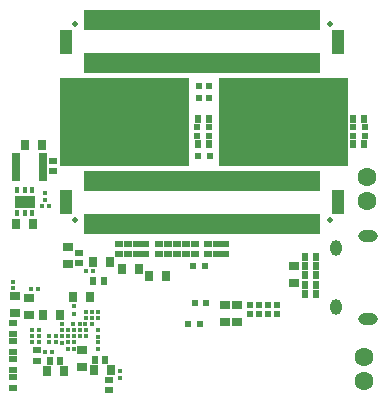
<source format=gbs>
G04 Layer_Color=16711935*
%FSLAX25Y25*%
%MOIN*%
G70*
G01*
G75*
%ADD52C,0.01968*%
%ADD83R,0.01378X0.01575*%
%ADD86R,0.02368X0.02368*%
%ADD87R,0.02054X0.02565*%
%ADD88R,0.02368X0.02368*%
%ADD89R,0.03156X0.03550*%
%ADD90R,0.03550X0.03156*%
%ADD91R,0.02565X0.02054*%
%ADD92R,0.01575X0.01575*%
%ADD93R,0.02368X0.01975*%
%ADD94R,0.03156X0.09455*%
%ADD95R,0.01581X0.01975*%
%ADD96R,0.06699X0.04337*%
%ADD118C,0.06305*%
%ADD119O,0.06502X0.03943*%
%ADD120O,0.03943X0.05321*%
%ADD121R,0.78740X0.07087*%
%ADD122R,0.03937X0.07874*%
%ADD123R,0.01581X0.06699*%
%ADD124R,0.01575X0.01575*%
%ADD125R,0.01575X0.01378*%
%ADD126R,0.23400X0.09400*%
%ADD127R,0.01400X0.00800*%
%ADD128R,0.00800X0.01400*%
G36*
X-500Y21500D02*
X-43500D01*
Y51000D01*
X-500D01*
Y21500D01*
D02*
G37*
G36*
X52500D02*
X9500D01*
Y51000D01*
X52500D01*
Y21500D01*
D02*
G37*
D52*
X46520Y3594D02*
D03*
X-38520D02*
D03*
Y69006D02*
D03*
X46520D02*
D03*
D83*
X-34681Y-13488D02*
D03*
X-32319D02*
D03*
X-48481Y-40488D02*
D03*
X-46119D02*
D03*
X-50619Y-19312D02*
D03*
X-52981D02*
D03*
X-49381Y8312D02*
D03*
X-47019D02*
D03*
D86*
X2431Y34499D02*
D03*
X6368D02*
D03*
Y31600D02*
D03*
X2431D02*
D03*
X58169D02*
D03*
X54232D02*
D03*
Y34499D02*
D03*
X58169D02*
D03*
X3168Y-30999D02*
D03*
X-769D02*
D03*
X931Y-11800D02*
D03*
X4868D02*
D03*
X5469Y-24000D02*
D03*
X1531D02*
D03*
X6568Y24901D02*
D03*
X2631D02*
D03*
D87*
X6172Y37300D02*
D03*
X2628D02*
D03*
Y28800D02*
D03*
X6172D02*
D03*
X54428D02*
D03*
X57972D02*
D03*
Y37300D02*
D03*
X54428D02*
D03*
X41872Y-21000D02*
D03*
X38328D02*
D03*
Y-17900D02*
D03*
X41872D02*
D03*
Y-14800D02*
D03*
X38328D02*
D03*
Y-11700D02*
D03*
X41872D02*
D03*
X-32372Y-16700D02*
D03*
X-28828D02*
D03*
X-28228Y-43100D02*
D03*
X-31772D02*
D03*
X-46772Y-43500D02*
D03*
X-43228D02*
D03*
X38328Y-8600D02*
D03*
X41872D02*
D03*
D88*
X6200Y44331D02*
D03*
Y48268D02*
D03*
X2899D02*
D03*
Y44331D02*
D03*
D89*
X-43346Y-27900D02*
D03*
X-49054D02*
D03*
X-16946Y-12700D02*
D03*
X-22654D02*
D03*
X-13754Y-14900D02*
D03*
X-8046D02*
D03*
X-26646Y-10400D02*
D03*
X-32354D02*
D03*
X-26446Y-46500D02*
D03*
X-32154D02*
D03*
X-47854Y-46800D02*
D03*
X-42146D02*
D03*
X-58013Y2263D02*
D03*
X-52305D02*
D03*
X-49346Y28500D02*
D03*
X-55054D02*
D03*
X-39054Y-22200D02*
D03*
X-33346D02*
D03*
D90*
X-35900Y-45354D02*
D03*
Y-39646D02*
D03*
X-40600Y-5346D02*
D03*
Y-11054D02*
D03*
X-53600Y-22246D02*
D03*
Y-27954D02*
D03*
X11500Y-30354D02*
D03*
Y-24646D02*
D03*
X15500D02*
D03*
Y-30354D02*
D03*
X-58500Y-27554D02*
D03*
Y-21846D02*
D03*
X34600Y-11846D02*
D03*
Y-17554D02*
D03*
D91*
X-59000Y-48728D02*
D03*
Y-52272D02*
D03*
Y-42728D02*
D03*
Y-46272D02*
D03*
Y-36728D02*
D03*
Y-40272D02*
D03*
Y-30728D02*
D03*
Y-34272D02*
D03*
X11800Y-4328D02*
D03*
Y-7872D02*
D03*
X-20700D02*
D03*
Y-4328D02*
D03*
X-37000Y-7328D02*
D03*
Y-10872D02*
D03*
X-27000Y-53172D02*
D03*
Y-49628D02*
D03*
X-51000Y-43272D02*
D03*
Y-39728D02*
D03*
X8900Y-4328D02*
D03*
Y-7872D02*
D03*
X6000Y-4328D02*
D03*
Y-7872D02*
D03*
X-45600Y19828D02*
D03*
Y23372D02*
D03*
X-17800Y-4328D02*
D03*
Y-7872D02*
D03*
X-14900D02*
D03*
Y-4328D02*
D03*
X-10200D02*
D03*
Y-7872D02*
D03*
X-7300D02*
D03*
Y-4328D02*
D03*
X-4400D02*
D03*
Y-7872D02*
D03*
X-1400D02*
D03*
Y-4328D02*
D03*
X1500D02*
D03*
Y-7872D02*
D03*
X-23600D02*
D03*
Y-4328D02*
D03*
D92*
X-59000Y-19083D02*
D03*
Y-16917D02*
D03*
X-30700Y-27017D02*
D03*
Y-29183D02*
D03*
X-42700Y-33183D02*
D03*
Y-31017D02*
D03*
X-38800Y-37117D02*
D03*
Y-39283D02*
D03*
X-40800D02*
D03*
Y-37117D02*
D03*
Y-35183D02*
D03*
Y-33017D02*
D03*
X-38800D02*
D03*
Y-35183D02*
D03*
X-36800Y-33017D02*
D03*
Y-35183D02*
D03*
X-34800D02*
D03*
Y-33017D02*
D03*
X-42700Y-37283D02*
D03*
Y-35117D02*
D03*
D93*
X20100Y-27875D02*
D03*
Y-24725D02*
D03*
X29100Y-27875D02*
D03*
Y-24725D02*
D03*
X26100Y-27875D02*
D03*
Y-24725D02*
D03*
X23100Y-27875D02*
D03*
Y-24725D02*
D03*
D94*
X-57983Y21194D02*
D03*
X-48935D02*
D03*
D95*
X-57718Y13700D02*
D03*
X-55159D02*
D03*
X-52600D02*
D03*
Y5826D02*
D03*
X-55159D02*
D03*
X-57718D02*
D03*
D96*
X-55159Y9763D02*
D03*
D118*
X59000Y9963D02*
D03*
Y17837D02*
D03*
X57900Y-42063D02*
D03*
Y-49937D02*
D03*
D119*
X59291Y-1720D02*
D03*
Y-29280D02*
D03*
D120*
X48661Y-5658D02*
D03*
Y-25343D02*
D03*
D121*
X4000Y16586D02*
D03*
Y2414D02*
D03*
Y56014D02*
D03*
Y70186D02*
D03*
D122*
X-41275Y9500D02*
D03*
X49275D02*
D03*
X49275Y63100D02*
D03*
X-41275D02*
D03*
D123*
X-921Y16587D02*
D03*
X-2890D02*
D03*
X-4858D02*
D03*
X-6827D02*
D03*
X-8795D02*
D03*
X-10764D02*
D03*
X-12732Y2413D02*
D03*
Y16587D02*
D03*
X-14701Y2413D02*
D03*
Y16587D02*
D03*
X-16669Y2413D02*
D03*
Y16587D02*
D03*
X-18638Y2413D02*
D03*
Y16587D02*
D03*
X-20606Y2413D02*
D03*
Y16587D02*
D03*
X-22575Y2413D02*
D03*
Y16587D02*
D03*
X-24543Y2413D02*
D03*
Y16587D02*
D03*
X-26512Y2413D02*
D03*
Y16587D02*
D03*
X-28480Y2413D02*
D03*
Y16587D02*
D03*
X-30449Y2413D02*
D03*
Y16587D02*
D03*
X-32417D02*
D03*
X-921Y2413D02*
D03*
X-2890D02*
D03*
X-4858D02*
D03*
X-6827D02*
D03*
X-8795D02*
D03*
X-10764D02*
D03*
X-34386D02*
D03*
X-32417D02*
D03*
X-34386Y16587D02*
D03*
X3016Y2413D02*
D03*
X1047D02*
D03*
X24669D02*
D03*
X26638D02*
D03*
X28606D02*
D03*
X30575D02*
D03*
X32543D02*
D03*
X34512D02*
D03*
X4984D02*
D03*
X6953D02*
D03*
X8921D02*
D03*
X10890D02*
D03*
X12858D02*
D03*
X14827D02*
D03*
X16795D02*
D03*
X18764D02*
D03*
X20732D02*
D03*
X22701D02*
D03*
X42386D02*
D03*
X40417D02*
D03*
X38449D02*
D03*
X36480D02*
D03*
X1047Y16587D02*
D03*
X3016D02*
D03*
X4984D02*
D03*
X6953D02*
D03*
X8921D02*
D03*
X10890D02*
D03*
X12858D02*
D03*
X14827D02*
D03*
X16795D02*
D03*
X18764D02*
D03*
X20732D02*
D03*
X22701D02*
D03*
X24669D02*
D03*
X26638D02*
D03*
X28606D02*
D03*
X30575D02*
D03*
X32543D02*
D03*
X34512D02*
D03*
X42386D02*
D03*
X40417D02*
D03*
X38449D02*
D03*
X36480D02*
D03*
X8921Y56013D02*
D03*
X10890D02*
D03*
X12858D02*
D03*
X14827D02*
D03*
X16795D02*
D03*
X18764D02*
D03*
X20732Y70187D02*
D03*
Y56013D02*
D03*
X22701Y70187D02*
D03*
Y56013D02*
D03*
X24669Y70187D02*
D03*
Y56013D02*
D03*
X26638Y70187D02*
D03*
Y56013D02*
D03*
X28606Y70187D02*
D03*
Y56013D02*
D03*
X30575Y70187D02*
D03*
Y56013D02*
D03*
X32543Y70187D02*
D03*
Y56013D02*
D03*
X34512Y70187D02*
D03*
Y56013D02*
D03*
X36480Y70187D02*
D03*
Y56013D02*
D03*
X38449Y70187D02*
D03*
Y56013D02*
D03*
X40417D02*
D03*
X8921Y70187D02*
D03*
X10890D02*
D03*
X12858D02*
D03*
X14827D02*
D03*
X16795D02*
D03*
X18764D02*
D03*
X42386D02*
D03*
X40417D02*
D03*
X42386Y56013D02*
D03*
X4984Y70187D02*
D03*
X6953D02*
D03*
X-16669D02*
D03*
X-18638D02*
D03*
X-20606D02*
D03*
X-22575D02*
D03*
X-24543D02*
D03*
X-26512D02*
D03*
X3016D02*
D03*
X1047D02*
D03*
X-921D02*
D03*
X-2890D02*
D03*
X-4858D02*
D03*
X-6827D02*
D03*
X-8795D02*
D03*
X-10764D02*
D03*
X-12732D02*
D03*
X-14701D02*
D03*
X-34386D02*
D03*
X-32417D02*
D03*
X-30449D02*
D03*
X-28480D02*
D03*
X6953Y56013D02*
D03*
X4984D02*
D03*
X3016D02*
D03*
X1047D02*
D03*
X-921D02*
D03*
X-2890D02*
D03*
X-4858D02*
D03*
X-6827D02*
D03*
X-8795D02*
D03*
X-10764D02*
D03*
X-12732D02*
D03*
X-14701D02*
D03*
X-16669D02*
D03*
X-18638D02*
D03*
X-20606D02*
D03*
X-22575D02*
D03*
X-24543D02*
D03*
X-26512D02*
D03*
X-34386D02*
D03*
X-32417D02*
D03*
X-30449D02*
D03*
X-28480D02*
D03*
D124*
X-32617Y-27200D02*
D03*
X-34783D02*
D03*
X-50517Y-33200D02*
D03*
X-52683D02*
D03*
X-32717Y-31100D02*
D03*
X-34883D02*
D03*
X-38883D02*
D03*
X-36717D02*
D03*
X-44717Y-37000D02*
D03*
X-46883D02*
D03*
Y-35100D02*
D03*
X-44717D02*
D03*
X-50517D02*
D03*
X-52683D02*
D03*
Y-37000D02*
D03*
X-50517D02*
D03*
X-34783Y-29200D02*
D03*
X-32617D02*
D03*
D125*
X-30812Y-35281D02*
D03*
Y-32919D02*
D03*
X-30788Y-39381D02*
D03*
Y-37019D02*
D03*
X-23412Y-46819D02*
D03*
Y-49181D02*
D03*
X-38788Y-27581D02*
D03*
Y-25219D02*
D03*
X-48512Y12681D02*
D03*
Y10319D02*
D03*
D126*
X-21975Y36300D02*
D03*
X31025D02*
D03*
D127*
X-4975Y39500D02*
D03*
Y38700D02*
D03*
Y37900D02*
D03*
Y37100D02*
D03*
Y36300D02*
D03*
Y35500D02*
D03*
Y34700D02*
D03*
Y33900D02*
D03*
Y33100D02*
D03*
X-38975D02*
D03*
Y33900D02*
D03*
Y34700D02*
D03*
Y35500D02*
D03*
Y36300D02*
D03*
Y37100D02*
D03*
Y37900D02*
D03*
Y38700D02*
D03*
Y39500D02*
D03*
X14025D02*
D03*
Y38700D02*
D03*
Y37900D02*
D03*
Y37100D02*
D03*
Y36300D02*
D03*
Y35500D02*
D03*
Y34700D02*
D03*
Y33900D02*
D03*
Y33100D02*
D03*
X48025D02*
D03*
Y33900D02*
D03*
Y34700D02*
D03*
Y35500D02*
D03*
Y36300D02*
D03*
Y37100D02*
D03*
Y37900D02*
D03*
Y38700D02*
D03*
Y39500D02*
D03*
D128*
X-8775Y26300D02*
D03*
X-9575D02*
D03*
X-10375D02*
D03*
X-11175D02*
D03*
X-11975D02*
D03*
X-12775D02*
D03*
X-13575D02*
D03*
X-14375D02*
D03*
X-15175D02*
D03*
X-15975D02*
D03*
X-16775D02*
D03*
X-17575D02*
D03*
X-18375D02*
D03*
X-19175D02*
D03*
X-19975D02*
D03*
X-20775D02*
D03*
X-21575D02*
D03*
X-22375D02*
D03*
X-23175D02*
D03*
X-23975D02*
D03*
X-24775D02*
D03*
X-25575D02*
D03*
X-26375D02*
D03*
X-27175D02*
D03*
X-27975D02*
D03*
X-28775D02*
D03*
X-29575D02*
D03*
X-30375D02*
D03*
X-31175D02*
D03*
X-31975D02*
D03*
X-32775D02*
D03*
X-33575D02*
D03*
X-34375D02*
D03*
X-35175D02*
D03*
Y46300D02*
D03*
X-34375D02*
D03*
X-33575D02*
D03*
X-32775D02*
D03*
X-31975D02*
D03*
X-31175D02*
D03*
X-30375D02*
D03*
X-29575D02*
D03*
X-28775D02*
D03*
X-27975D02*
D03*
X-27175D02*
D03*
X-26375D02*
D03*
X-25575D02*
D03*
X-24775D02*
D03*
X-23975D02*
D03*
X-23175D02*
D03*
X-22375D02*
D03*
X-21575D02*
D03*
X-20775D02*
D03*
X-19975D02*
D03*
X-19175D02*
D03*
X-18375D02*
D03*
X-17575D02*
D03*
X-16775D02*
D03*
X-15975D02*
D03*
X-15175D02*
D03*
X-14375D02*
D03*
X-13575D02*
D03*
X-12775D02*
D03*
X-11975D02*
D03*
X-11175D02*
D03*
X-10375D02*
D03*
X-9575D02*
D03*
X-8775D02*
D03*
X44225D02*
D03*
X43425D02*
D03*
X42625D02*
D03*
X41825D02*
D03*
X41025D02*
D03*
X40225D02*
D03*
X39425D02*
D03*
X38625D02*
D03*
X37825D02*
D03*
X37025D02*
D03*
X36225D02*
D03*
X35425D02*
D03*
X34625D02*
D03*
X33825D02*
D03*
X33025D02*
D03*
X32225D02*
D03*
X31425D02*
D03*
X30625D02*
D03*
X29825D02*
D03*
X29025D02*
D03*
X28225D02*
D03*
X27425D02*
D03*
X26625D02*
D03*
X25825D02*
D03*
X25025D02*
D03*
X24225D02*
D03*
X23425D02*
D03*
X22625D02*
D03*
X21825D02*
D03*
X21025D02*
D03*
X20225D02*
D03*
X19425D02*
D03*
X18625D02*
D03*
X17825D02*
D03*
Y26300D02*
D03*
X18625D02*
D03*
X19425D02*
D03*
X20225D02*
D03*
X21025D02*
D03*
X21825D02*
D03*
X22625D02*
D03*
X23425D02*
D03*
X24225D02*
D03*
X25025D02*
D03*
X25825D02*
D03*
X26625D02*
D03*
X27425D02*
D03*
X28225D02*
D03*
X29025D02*
D03*
X29825D02*
D03*
X30625D02*
D03*
X31425D02*
D03*
X32225D02*
D03*
X33025D02*
D03*
X33825D02*
D03*
X34625D02*
D03*
X35425D02*
D03*
X36225D02*
D03*
X37025D02*
D03*
X37825D02*
D03*
X38625D02*
D03*
X39425D02*
D03*
X40225D02*
D03*
X41025D02*
D03*
X41825D02*
D03*
X42625D02*
D03*
X43425D02*
D03*
X44225D02*
D03*
M02*

</source>
